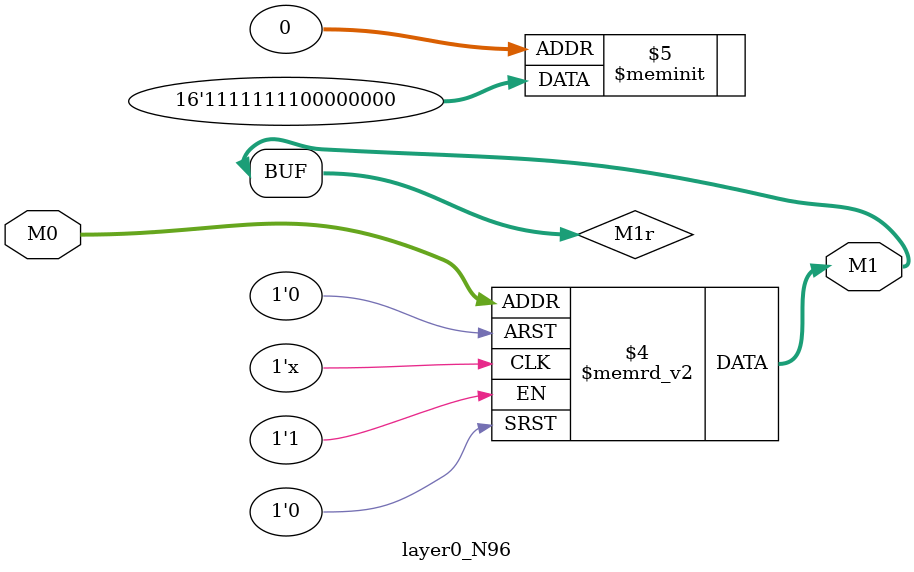
<source format=v>
module layer0_N96 ( input [2:0] M0, output [1:0] M1 );

	(*rom_style = "distributed" *) reg [1:0] M1r;
	assign M1 = M1r;
	always @ (M0) begin
		case (M0)
			3'b000: M1r = 2'b00;
			3'b100: M1r = 2'b11;
			3'b010: M1r = 2'b00;
			3'b110: M1r = 2'b11;
			3'b001: M1r = 2'b00;
			3'b101: M1r = 2'b11;
			3'b011: M1r = 2'b00;
			3'b111: M1r = 2'b11;

		endcase
	end
endmodule

</source>
